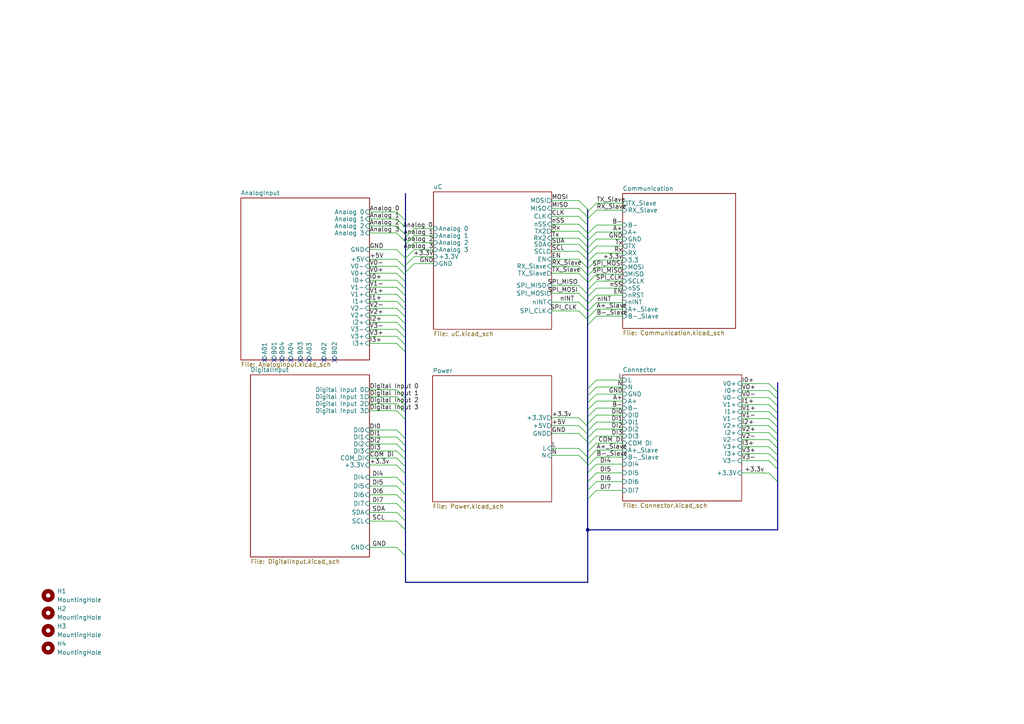
<source format=kicad_sch>
(kicad_sch (version 20231120) (generator "eeschema") (generator_version "8.0")
  (paper "A4")
  (title_block (title "IoT Node") (date "2026-01-28") (rev "V3") (company "PT. MEDION FARMA JAYA") (comment 1 "DESAIN @DMSRAGAA") (comment 2 "INSTITUT TEKNOLOGI SEPULUH NOPEMBER"))
  (lib_symbols
    (symbol "Mechanical:MountingHole" (pin_names (offset 1.016)) (exclude_from_sim yes) (in_bom no)
      (property "Reference" "H" (at 0 5.08 0))
      (property "Value" "MountingHole" (at 0 3.175 0))
      (symbol "MountingHole_0_1"
        (circle (center 0 0) (radius 1.27) (stroke (width 1.27)))
      )
    )
  )
  (junction (at 170.4565 153.67))
  (no_connect (at 84.328 104.394))
  (no_connect (at 76.708 104.394))
  (no_connect (at 89.662 104.394))
  (no_connect (at 81.788 104.394))
  (no_connect (at 93.98 104.394))
  (no_connect (at 79.502 104.394))
  (no_connect (at 97.028 104.394))
  (no_connect (at 87.122 104.394))
  (bus_entry (at 115.062 77.216) (size 2.54 2.54))
  (bus_entry (at 170.434 88.138) (size 2.54 -2.54))
  (bus_entry (at 170.434 92.71) (size -2.54 -2.54))
  (bus_entry (at 167.894 79.248) (size 2.54 2.54))
  (bus_entry (at 115.062 132.842) (size 2.54 2.54))
  (bus_entry (at 167.894 77.216) (size 2.54 2.54))
  (bus_entry (at 115.062 85.344) (size 2.54 2.54))
  (bus_entry (at 120.142 74.422) (size -2.54 2.54))
  (bus_entry (at 170.434 94.234) (size 2.54 -2.54))
  (bus_entry (at 170.434 86.106) (size 2.54 -2.54))
  (bus_entry (at 115.062 63.5) (size 2.54 2.54))
  (bus_entry (at 167.894 67.056) (size 2.54 2.54))
  (bus_entry (at 170.434 73.914) (size 2.54 -2.54))
  (bus_entry (at 172.974 139.7) (size -2.54 2.54))
  (bus_entry (at 115.062 130.81) (size 2.54 2.54))
  (bus_entry (at 170.434 135.128) (size 2.54 -2.54))
  (bus_entry (at 115.062 93.472) (size 2.54 2.54))
  (bus_entry (at 115.062 61.468) (size 2.54 2.54))
  (bus_entry (at 115.062 99.568) (size 2.54 2.54))
  (bus_entry (at 170.434 116.84) (size 2.54 -2.54))
  (bus_entry (at 115.062 134.874) (size 2.54 2.54))
  (bus_entry (at 223.012 133.604) (size 2.54 2.54))
  (bus_entry (at 223.012 113.284) (size 2.54 2.54))
  (bus_entry (at 115.062 81.28) (size 2.54 2.54))
  (bus_entry (at 115.062 151.1484) (size 2.54 2.54))
  (bus_entry (at 170.434 127) (size 2.54 -2.54))
  (bus_entry (at 167.894 62.738) (size 2.54 2.54))
  (bus_entry (at 115.062 126.746) (size 2.54 2.54))
  (bus_entry (at 167.894 72.898) (size 2.54 2.54))
  (bus_entry (at 170.434 67.818) (size 2.54 -2.54))
  (bus_entry (at 120.142 70.358) (size -2.54 2.54))
  (bus_entry (at 170.434 118.872) (size 2.54 -2.54))
  (bus_entry (at 223.012 123.444) (size 2.54 2.54))
  (bus_entry (at 223.012 119.38) (size 2.54 2.54))
  (bus_entry (at 115.062 97.536) (size 2.54 2.54))
  (bus_entry (at 170.434 90.3112) (size 2.54 -2.54))
  (bus_entry (at 170.434 124.968) (size 2.54 -2.54))
  (bus_entry (at 115.062 117.094) (size 2.54 2.54))
  (bus_entry (at 120.142 76.454) (size -2.54 2.54))
  (bus_entry (at 115.062 91.44) (size 2.54 2.54))
  (bus_entry (at 115.062 119.126) (size 2.54 2.54))
  (bus_entry (at 167.894 58.166) (size 2.54 2.54))
  (bus_entry (at 170.434 85.344) (size -2.54 -2.54))
  (bus_entry (at 170.434 120.904) (size 2.54 -2.54))
  (bus_entry (at 223.012 129.54) (size 2.54 2.54))
  (bus_entry (at 115.062 148.6084) (size 2.54 2.54))
  (bus_entry (at 223.012 127.508) (size 2.54 2.54))
  (bus_entry (at 170.434 90.17) (size -2.54 -2.54))
  (bus_entry (at 115.062 83.312) (size 2.54 2.54))
  (bus_entry (at 170.434 131.064) (size 2.54 -2.54))
  (bus_entry (at 120.142 68.326) (size -2.54 2.54))
  (bus_entry (at 167.894 60.452) (size 2.54 2.54))
  (bus_entry (at 115.062 124.714) (size 2.54 2.54))
  (bus_entry (at 115.062 67.564) (size 2.54 2.54))
  (bus_entry (at 223.012 121.412) (size 2.54 2.54))
  (bus_entry (at 170.434 129.032) (size 2.54 -2.54))
  (bus_entry (at 120.142 72.39) (size -2.54 2.54))
  (bus_entry (at 115.062 138.4312) (size 2.54 2.54))
  (bus_entry (at 115.062 115.062) (size 2.54 2.54))
  (bus_entry (at 167.894 130.048) (size 2.54 2.54))
  (bus_entry (at 167.894 132.08) (size 2.54 2.54))
  (bus_entry (at 167.894 125.73) (size 2.54 2.54))
  (bus_entry (at 167.894 123.444) (size 2.54 2.54))
  (bus_entry (at 167.894 121.158) (size 2.54 2.54))
  (bus_entry (at 170.434 114.808) (size 2.54 -2.54))
  (bus_entry (at 170.434 112.776) (size 2.54 -2.54))
  (bus_entry (at 115.062 72.39) (size 2.54 2.54))
  (bus_entry (at 223.012 125.476) (size 2.54 2.54))
  (bus_entry (at 115.062 87.376) (size 2.54 2.54))
  (bus_entry (at 170.434 80.01) (size 2.54 -2.54))
  (bus_entry (at 170.434 71.882) (size 2.54 -2.54))
  (bus_entry (at 115.062 143.4922) (size 2.54 2.54))
  (bus_entry (at 115.062 75.184) (size 2.54 2.54))
  (bus_entry (at 115.062 113.03) (size 2.54 2.54))
  (bus_entry (at 167.894 69.088) (size 2.54 2.54))
  (bus_entry (at 170.434 84.074) (size 2.54 -2.54))
  (bus_entry (at 223.012 117.348) (size 2.54 2.54))
  (bus_entry (at 170.434 92.202) (size 2.54 -2.54))
  (bus_entry (at 115.062 140.9719) (size 2.54 2.54))
  (bus_entry (at 170.434 75.946) (size 2.54 -2.54))
  (bus_entry (at 170.434 61.468) (size 2.54 -2.54))
  (bus_entry (at 167.894 65.024) (size 2.54 2.54))
  (bus_entry (at 223.012 115.316) (size 2.54 2.54))
  (bus_entry (at 115.062 146.0322) (size 2.54 2.54))
  (bus_entry (at 170.434 133.096) (size 2.54 -2.54))
  (bus_entry (at 167.894 75.184) (size 2.54 2.54))
  (bus_entry (at 223.012 137.2193) (size 2.54 2.54))
  (bus_entry (at 115.062 128.778) (size 2.54 2.54))
  (bus_entry (at 223.012 131.572) (size 2.54 2.54))
  (bus_entry (at 223.012 111.252) (size 2.54 2.54))
  (bus_entry (at 170.434 82.042) (size 2.54 -2.54))
  (bus_entry (at 115.062 95.504) (size 2.54 2.54))
  (bus_entry (at 120.142 66.294) (size -2.54 2.54))
  (bus_entry (at 170.434 63.5) (size 2.54 -2.54))
  (bus_entry (at 170.434 77.978) (size 2.54 -2.54))
  (bus_entry (at 170.434 122.936) (size 2.54 -2.54))
  (bus_entry (at 115.062 89.408) (size 2.54 2.54))
  (bus_entry (at 172.974 134.62) (size -2.54 2.54))
  (bus_entry (at 170.434 69.85) (size 2.54 -2.54))
  (bus_entry (at 115.062 65.532) (size 2.54 2.54))
  (bus_entry (at 172.974 142.24) (size -2.54 2.54))
  (bus_entry (at 115.062 158.7433) (size 2.54 2.54))
  (bus_entry (at 115.062 79.248) (size 2.54 2.54))
  (bus_entry (at 167.894 70.866) (size 2.54 2.54))
  (bus_entry (at 170.434 87.63) (size -2.54 -2.54))
  (bus_entry (at 172.974 137.16) (size -2.54 2.54))
  (bus (pts (xy 117.602 77.724) (xy 117.602 78.994)))
  (bus (pts (xy 117.602 133.35) (xy 117.602 135.382)))
  (wire (pts (xy 107.188 65.532) (xy 115.062 65.532)))
  (wire (pts (xy 160.02 125.73) (xy 167.894 125.73)))
  (bus (pts (xy 170.434 71.628) (xy 170.434 71.882)))
  (bus (pts (xy 117.602 115.57) (xy 117.602 117.602)))
  (bus (pts (xy 170.434 133.096) (xy 170.434 134.62)))
  (wire (pts (xy 160.02 60.452) (xy 167.894 60.452)))
  (wire (pts (xy 172.974 71.374) (xy 180.594 71.374)))
  (wire (pts (xy 172.974 83.566) (xy 180.594 83.566)))
  (wire (pts (xy 221.742 137.2193) (xy 223.012 137.2193)))
  (wire (pts (xy 113.792 138.43) (xy 107.188 138.43)))
  (wire (pts (xy 107.188 117.094) (xy 115.062 117.094)))
  (bus (pts (xy 170.434 90.3112) (xy 170.434 92.202)))
  (wire (pts (xy 172.974 67.31) (xy 180.594 67.31)))
  (wire (pts (xy 180.594 60.96) (xy 172.974 60.96)))
  (bus (pts (xy 170.434 84.074) (xy 170.434 85.344)))
  (wire (pts (xy 180.594 87.63) (xy 180.594 87.7712)))
  (bus (pts (xy 117.602 85.852) (xy 117.602 87.884)))
  (bus (pts (xy 170.434 79.756) (xy 170.434 80.01)))
  (bus (pts (xy 117.6245 168.8937) (xy 170.4565 168.8937)))
  (wire (pts (xy 112.522 151.1484) (xy 115.062 151.1484)))
  (wire (pts (xy 172.974 116.332) (xy 180.594 116.332)))
  (wire (pts (xy 112.522 143.4922) (xy 112.522 143.51)))
  (bus (pts (xy 170.434 94.234) (xy 170.434 112.776)))
  (bus (pts (xy 170.434 71.882) (xy 170.434 73.406)))
  (bus (pts (xy 170.434 123.698) (xy 170.434 124.968)))
  (wire (pts (xy 113.792 158.75) (xy 107.188 158.75)))
  (wire (pts (xy 160.02 79.248) (xy 167.894 79.248)))
  (bus (pts (xy 117.602 167.64) (xy 117.602 161.2833)))
  (wire (pts (xy 120.142 70.358) (xy 125.73 70.358)))
  (bus (pts (xy 117.602 70.104) (xy 117.602 70.866)))
  (bus (pts (xy 170.434 82.042) (xy 170.434 84.074)))
  (wire (pts (xy 172.974 137.16) (xy 180.594 137.16)))
  (wire (pts (xy 172.974 87.7712) (xy 180.594 87.7712)))
  (bus (pts (xy 170.434 65.278) (xy 170.434 67.564)))
  (bus (pts (xy 117.602 66.04) (xy 117.602 68.072)))
  (bus (pts (xy 170.4565 168.8937) (xy 170.4565 153.67)))
  (bus (pts (xy 117.602 78.994) (xy 117.602 79.756)))
  (bus (pts (xy 170.434 73.914) (xy 170.434 75.438)))
  (wire (pts (xy 160.02 70.866) (xy 167.894 70.866)))
  (wire (pts (xy 120.142 68.326) (xy 125.73 68.326)))
  (bus (pts (xy 170.434 112.776) (xy 170.434 114.808)))
  (bus (pts (xy 170.434 88.138) (xy 170.434 90.17)))
  (wire (pts (xy 172.974 85.598) (xy 180.594 85.598)))
  (wire (pts (xy 172.974 126.492) (xy 180.594 126.492)))
  (bus (pts (xy 170.434 137.16) (xy 170.434 139.7)))
  (bus (pts (xy 117.602 131.318) (xy 117.602 133.35)))
  (wire (pts (xy 215.138 133.604) (xy 223.012 133.604)))
  (bus (pts (xy 170.434 135.128) (xy 170.434 137.16)))
  (wire (pts (xy 215.138 113.284) (xy 223.012 113.284)))
  (bus (pts (xy 225.552 132.08) (xy 225.552 134.112)))
  (bus (pts (xy 170.434 139.7) (xy 170.434 142.24)))
  (wire (pts (xy 215.138 131.572) (xy 223.012 131.572)))
  (bus (pts (xy 170.434 122.936) (xy 170.434 123.698)))
  (bus (pts (xy 170.4565 153.67) (xy 225.552 153.67)))
  (bus (pts (xy 117.602 100.076) (xy 117.602 102.108)))
  (wire (pts (xy 172.974 124.46) (xy 180.594 124.46)))
  (wire (pts (xy 160.02 69.088) (xy 167.894 69.088)))
  (wire (pts (xy 113.792 158.7433) (xy 115.062 158.7433)))
  (wire (pts (xy 172.974 112.268) (xy 180.594 112.268)))
  (wire (pts (xy 120.142 74.422) (xy 125.73 74.422)))
  (wire (pts (xy 107.188 130.81) (xy 115.062 130.81)))
  (bus (pts (xy 225.552 128.016) (xy 225.552 130.048)))
  (bus (pts (xy 170.434 118.872) (xy 170.434 120.904)))
  (wire (pts (xy 215.138 121.412) (xy 223.012 121.412)))
  (wire (pts (xy 107.188 119.126) (xy 115.062 119.126)))
  (wire (pts (xy 113.792 146.0322) (xy 115.062 146.0322)))
  (bus (pts (xy 117.602 146.0322) (xy 117.602 143.5119)))
  (wire (pts (xy 107.188 113.03) (xy 115.062 113.03)))
  (bus (pts (xy 170.434 62.992) (xy 170.434 63.5)))
  (wire (pts (xy 172.974 142.24) (xy 180.594 142.24)))
  (wire (pts (xy 160.02 72.898) (xy 167.894 72.898)))
  (bus (pts (xy 117.602 102.108) (xy 117.602 115.57)))
  (bus (pts (xy 117.602 98.044) (xy 117.602 100.076)))
  (bus (pts (xy 170.434 153.67) (xy 170.4565 153.67)))
  (wire (pts (xy 112.522 151.1484) (xy 112.522 151.13)))
  (wire (pts (xy 120.142 76.454) (xy 125.73 76.454)))
  (bus (pts (xy 117.602 117.602) (xy 117.602 119.634)))
  (bus (pts (xy 225.552 139.7593) (xy 225.552 153.67)))
  (bus (pts (xy 225.552 117.856) (xy 225.552 119.888)))
  (wire (pts (xy 172.974 118.364) (xy 180.594 118.364)))
  (wire (pts (xy 160.02 85.09) (xy 167.894 85.09)))
  (bus (pts (xy 170.434 77.978) (xy 170.434 79.756)))
  (wire (pts (xy 172.974 79.502) (xy 180.594 79.502)))
  (bus (pts (xy 170.434 75.946) (xy 170.434 77.724)))
  (wire (pts (xy 172.974 89.662) (xy 180.594 89.662)))
  (wire (pts (xy 160.02 82.804) (xy 167.894 82.804)))
  (bus (pts (xy 170.434 92.71) (xy 170.434 94.234)))
  (wire (pts (xy 160.02 65.024) (xy 167.894 65.024)))
  (bus (pts (xy 225.552 130.048) (xy 225.552 132.08)))
  (bus (pts (xy 170.434 129.032) (xy 170.434 131.064)))
  (wire (pts (xy 160.02 132.08) (xy 167.894 132.08)))
  (wire (pts (xy 107.188 132.842) (xy 115.062 132.842)))
  (wire (pts (xy 215.138 127.508) (xy 223.012 127.508)))
  (wire (pts (xy 160.02 87.63) (xy 167.894 87.63)))
  (bus (pts (xy 117.602 135.382) (xy 117.602 137.414)))
  (bus (pts (xy 170.434 75.438) (xy 170.434 75.946)))
  (bus (pts (xy 170.434 73.406) (xy 170.434 73.914)))
  (bus (pts (xy 225.552 123.952) (xy 225.552 125.984)))
  (bus (pts (xy 225.552 121.92) (xy 225.552 123.952)))
  (bus (pts (xy 170.434 80.01) (xy 170.434 81.788)))
  (bus (pts (xy 170.434 142.24) (xy 170.434 144.78)))
  (bus (pts (xy 117.6245 167.64) (xy 117.6245 168.8937)))
  (bus (pts (xy 170.434 116.84) (xy 170.434 118.872)))
  (bus (pts (xy 117.602 93.98) (xy 117.602 96.012)))
  (wire (pts (xy 107.188 79.248) (xy 115.062 79.248)))
  (wire (pts (xy 172.974 139.7) (xy 180.594 139.7)))
  (wire (pts (xy 107.188 93.472) (xy 115.062 93.472)))
  (wire (pts (xy 107.188 63.5) (xy 115.062 63.5)))
  (wire (pts (xy 172.974 114.3) (xy 180.594 114.3)))
  (wire (pts (xy 172.974 91.694) (xy 180.594 91.694)))
  (wire (pts (xy 172.974 69.342) (xy 180.594 69.342)))
  (wire (pts (xy 172.974 73.406) (xy 180.594 73.406)))
  (wire (pts (xy 160.02 77.216) (xy 167.894 77.216)))
  (wire (pts (xy 120.142 66.294) (xy 125.73 66.294)))
  (wire (pts (xy 113.792 148.6084) (xy 115.062 148.6084)))
  (bus (pts (xy 170.434 87.63) (xy 170.434 88.138)))
  (wire (pts (xy 172.974 120.396) (xy 180.594 120.396)))
  (wire (pts (xy 107.188 72.39) (xy 115.062 72.39)))
  (wire (pts (xy 112.522 151.13) (xy 107.188 151.13)))
  (wire (pts (xy 113.792 148.59) (xy 107.188 148.59)))
  (wire (pts (xy 172.974 122.428) (xy 180.594 122.428)))
  (wire (pts (xy 120.142 72.39) (xy 125.73 72.39)))
  (bus (pts (xy 117.602 74.93) (xy 117.602 76.962)))
  (wire (pts (xy 172.974 81.534) (xy 180.594 81.534)))
  (wire (pts (xy 107.188 85.344) (xy 115.062 85.344)))
  (bus (pts (xy 117.602 79.756) (xy 117.602 81.788)))
  (wire (pts (xy 160.02 58.166) (xy 167.894 58.166)))
  (wire (pts (xy 107.188 75.184) (xy 115.062 75.184)))
  (bus (pts (xy 117.602 68.072) (xy 117.602 68.834)))
  (bus (pts (xy 170.434 134.62) (xy 170.434 135.128)))
  (wire (pts (xy 113.792 140.97) (xy 107.188 140.97)))
  (bus (pts (xy 117.602 127.254) (xy 117.602 129.286)))
  (wire (pts (xy 107.188 83.312) (xy 115.062 83.312)))
  (wire (pts (xy 180.594 58.928) (xy 172.974 58.928)))
  (bus (pts (xy 170.434 86.106) (xy 170.434 87.63)))
  (bus (pts (xy 170.434 69.85) (xy 170.434 71.628)))
  (bus (pts (xy 117.602 81.788) (xy 117.602 83.82)))
  (bus (pts (xy 117.602 151.1484) (xy 117.602 148.5722)))
  (bus (pts (xy 117.602 56.134) (xy 117.602 64.008)))
  (wire (pts (xy 160.02 121.158) (xy 167.894 121.158)))
  (wire (pts (xy 112.522 143.4922) (xy 115.062 143.4922)))
  (bus (pts (xy 170.434 67.818) (xy 170.434 69.596)))
  (wire (pts (xy 160.02 90.17) (xy 167.894 90.17)))
  (wire (pts (xy 221.742 137.16) (xy 215.138 137.16)))
  (bus (pts (xy 170.434 67.564) (xy 170.434 67.818)))
  (wire (pts (xy 160.02 67.056) (xy 167.894 67.056)))
  (bus (pts (xy 117.602 148.5722) (xy 117.602 146.0322)))
  (wire (pts (xy 107.188 99.568) (xy 115.062 99.568)))
  (wire (pts (xy 160.02 75.184) (xy 167.894 75.184)))
  (bus (pts (xy 225.552 115.824) (xy 225.552 117.856)))
  (wire (pts (xy 172.974 65.278) (xy 180.594 65.278)))
  (bus (pts (xy 117.602 121.666) (xy 117.602 127.254)))
  (bus (pts (xy 170.434 92.202) (xy 170.434 92.71)))
  (bus (pts (xy 225.552 113.792) (xy 225.552 115.824)))
  (wire (pts (xy 215.138 117.348) (xy 223.012 117.348)))
  (wire (pts (xy 215.138 129.54) (xy 223.012 129.54)))
  (wire (pts (xy 172.974 110.236) (xy 180.594 110.236)))
  (bus (pts (xy 170.434 132.588) (xy 170.434 133.096)))
  (wire (pts (xy 113.792 148.6084) (xy 113.792 148.59)))
  (bus (pts (xy 225.552 136.144) (xy 225.552 139.7593)))
  (bus (pts (xy 117.602 96.012) (xy 117.602 98.044)))
  (bus (pts (xy 170.434 77.724) (xy 170.434 77.978)))
  (bus (pts (xy 117.602 70.866) (xy 117.602 72.898)))
  (wire (pts (xy 107.188 77.216) (xy 115.062 77.216)))
  (wire (pts (xy 107.188 95.504) (xy 115.062 95.504)))
  (bus (pts (xy 170.434 131.064) (xy 170.434 132.588)))
  (bus (pts (xy 117.602 143.5119) (xy 117.602 140.9712)))
  (wire (pts (xy 107.188 97.536) (xy 115.062 97.536)))
  (bus (pts (xy 170.434 128.27) (xy 170.434 129.032)))
  (bus (pts (xy 225.552 110.998) (xy 225.552 113.792)))
  (wire (pts (xy 160.02 130.048) (xy 167.894 130.048)))
  (bus (pts (xy 170.434 125.984) (xy 170.434 127)))
  (bus (pts (xy 170.434 114.808) (xy 170.434 116.84)))
  (bus (pts (xy 117.602 72.898) (xy 117.602 74.93)))
  (wire (pts (xy 160.02 123.444) (xy 167.894 123.444)))
  (wire (pts (xy 172.974 128.524) (xy 180.594 128.524)))
  (bus (pts (xy 117.602 64.008) (xy 117.602 66.04)))
  (bus (pts (xy 170.434 81.788) (xy 170.434 82.042)))
  (bus (pts (xy 170.434 85.344) (xy 170.434 86.106)))
  (bus (pts (xy 170.434 144.78) (xy 170.434 153.67)))
  (bus (pts (xy 225.552 134.112) (xy 225.552 136.144)))
  (wire (pts (xy 107.188 124.714) (xy 115.062 124.714)))
  (wire (pts (xy 107.188 61.468) (xy 115.062 61.468)))
  (wire (pts (xy 113.792 140.9719) (xy 113.792 140.97)))
  (bus (pts (xy 117.602 91.948) (xy 117.602 93.98)))
  (wire (pts (xy 113.792 140.9719) (xy 115.062 140.9719)))
  (wire (pts (xy 113.792 138.4312) (xy 115.062 138.4312)))
  (wire (pts (xy 160.02 62.738) (xy 167.894 62.738)))
  (bus (pts (xy 117.602 83.82) (xy 117.602 85.852)))
  (wire (pts (xy 112.522 143.51) (xy 107.188 143.51)))
  (wire (pts (xy 113.792 138.4312) (xy 113.792 138.43)))
  (wire (pts (xy 107.188 81.28) (xy 115.062 81.28)))
  (wire (pts (xy 172.974 132.588) (xy 180.594 132.588)))
  (wire (pts (xy 172.974 134.62) (xy 180.594 134.62)))
  (wire (pts (xy 215.138 123.444) (xy 223.012 123.444)))
  (wire (pts (xy 113.792 158.7433) (xy 113.792 158.75)))
  (wire (pts (xy 107.188 91.44) (xy 115.062 91.44)))
  (bus (pts (xy 117.602 68.834) (xy 117.602 70.104)))
  (wire (pts (xy 107.188 128.778) (xy 115.062 128.778)))
  (bus (pts (xy 225.552 125.984) (xy 225.552 128.016)))
  (bus (pts (xy 117.602 87.884) (xy 117.602 89.916)))
  (wire (pts (xy 172.974 75.438) (xy 180.594 75.438)))
  (wire (pts (xy 113.792 146.0322) (xy 113.792 146.05)))
  (wire (pts (xy 215.138 125.476) (xy 223.012 125.476)))
  (bus (pts (xy 117.602 76.962) (xy 117.602 77.724)))
  (bus (pts (xy 170.434 127) (xy 170.434 128.27)))
  (wire (pts (xy 172.974 130.556) (xy 180.594 130.556)))
  (wire (pts (xy 215.138 111.252) (xy 223.012 111.252)))
  (bus (pts (xy 170.434 60.706) (xy 170.434 61.468)))
  (wire (pts (xy 107.188 126.746) (xy 115.062 126.746)))
  (bus (pts (xy 117.6245 167.64) (xy 117.602 167.64)))
  (wire (pts (xy 107.188 67.564) (xy 115.062 67.564)))
  (bus (pts (xy 117.602 129.286) (xy 117.602 131.318)))
  (bus (pts (xy 117.602 161.2833) (xy 117.602 153.6884)))
  (bus (pts (xy 225.552 119.888) (xy 225.552 121.92)))
  (bus (pts (xy 117.602 89.916) (xy 117.602 91.948)))
  (wire (pts (xy 215.138 119.38) (xy 223.012 119.38)))
  (wire (pts (xy 113.792 146.05) (xy 107.188 146.05)))
  (wire (pts (xy 107.188 87.376) (xy 115.062 87.376)))
  (wire (pts (xy 107.188 89.408) (xy 115.062 89.408)))
  (bus (pts (xy 170.434 124.968) (xy 170.434 125.984)))
  (wire (pts (xy 221.742 137.2193) (xy 221.742 137.16)))
  (wire (pts (xy 107.188 134.874) (xy 115.062 134.874)))
  (bus (pts (xy 117.602 119.634) (xy 117.602 121.666)))
  (wire (pts (xy 107.188 115.062) (xy 115.062 115.062)))
  (bus (pts (xy 117.602 153.6884) (xy 117.602 151.1484)))
  (wire (pts (xy 215.138 115.316) (xy 223.012 115.316)))
  (bus (pts (xy 170.434 69.596) (xy 170.434 69.85)))
  (bus (pts (xy 117.602 140.9712) (xy 117.602 137.414)))
  (bus (pts (xy 170.434 63.5) (xy 170.434 65.278)))
  (wire (pts (xy 172.974 77.47) (xy 180.594 77.47)))
  (bus (pts (xy 170.434 120.904) (xy 170.434 122.936)))
  (bus (pts (xy 170.434 90.17) (xy 170.434 90.3112)))
  (bus (pts (xy 170.434 61.468) (xy 170.434 62.992)))
  (label "V2-" (at 107.188 89.408 0))
  (label "V2+" (at 107.188 91.44 0))
  (label "SCL" (at 160.02 72.898 0))
  (label "+3.3V" (at 125.73 74.422 180))
  (label "Analog 2" (at 107.188 65.532 0))
  (label "GND" (at 180.594 69.342 180))
  (label "Analog 2" (at 125.73 70.358 180))
  (label "V2+" (at 215.138 125.476 0))
  (label "A+_Slave" (at 172.974 89.662 0))
  (label "Analog 3" (at 107.188 67.564 0))
  (label "COM DI" (at 180.594 128.524 180))
  (label "SDA" (at 107.95 148.59 0))
  (label "GND" (at 107.188 72.39 0))
  (label "SPI_CLK" (at 167.386 90.17 180))
  (label "V3+" (at 107.188 97.536 0))
  (label "N" (at 160.02 132.08 0))
  (label "V3+" (at 215.138 131.572 0))
  (label "DI5" (at 107.95 140.97 0))
  (label "V1-" (at 107.188 83.312 0))
  (label "Digital Input 3" (at 107.188 119.126 0))
  (label "DI1" (at 107.188 126.746 0))
  (label "DI0" (at 180.594 120.396 180))
  (label "B-" (at 180.594 118.364 180))
  (label "DI6" (at 107.95 143.51 0))
  (label "B-" (at 180.594 65.278 180))
  (label "GND" (at 107.95 158.75 0))
  (label "+5V" (at 160.02 123.444 0))
  (label "Rx" (at 180.594 73.406 180))
  (label "+5V" (at 107.188 75.184 0))
  (label "nINT" (at 166.624 87.63 180))
  (label "I2+" (at 107.188 93.472 0))
  (label "V1-" (at 215.138 121.412 0))
  (label "GND" (at 125.73 76.454 180))
  (label "A+" (at 180.594 116.332 180))
  (label "SCL" (at 107.95 151.13 0))
  (label "Tx" (at 180.594 71.374 180))
  (label "DI2" (at 180.594 124.46 180))
  (label "nSS" (at 160.02 65.024 0))
  (label "DI4" (at 107.95 138.43 0))
  (label "Rx" (at 160.02 67.056 0))
  (label "V0-" (at 215.138 115.316 0))
  (label "MISO" (at 160.02 60.452 0))
  (label "Analog 1" (at 107.188 63.5 0))
  (label "V2-" (at 215.138 127.508 0))
  (label "CLK" (at 160.02 62.738 0))
  (label "V1+" (at 215.138 119.38 0))
  (label "TX_Slave" (at 160.02 79.248 0))
  (label "A+_Slave" (at 172.974 130.556 0))
  (label "B-_Slave" (at 172.974 132.588 0))
  (label "RX_Slave" (at 160.02 77.216 0))
  (label "I3+" (at 215.138 129.54 0))
  (label "Analog 3" (at 125.73 72.39 180))
  (label "DI7" (at 173.99 142.24 0))
  (label "DI0" (at 107.188 124.714 0))
  (label "SPI_MOSI" (at 167.64 85.09 180))
  (label "L" (at 180.594 110.236 180))
  (label "L" (at 160.02 130.048 0))
  (label "I1+" (at 107.188 87.376 0))
  (label "nINT" (at 173.0884 87.7712 0))
  (label "V3-" (at 107.188 95.504 0))
  (label "MOSI" (at 160.02 58.166 0))
  (label "GND" (at 180.594 114.3 180))
  (label "Digital Input 1" (at 107.188 115.062 0))
  (label "EN" (at 160.02 75.184 0))
  (label "A+" (at 180.594 67.31 180))
  (label "B-_Slave" (at 172.974 91.694 0))
  (label "GND" (at 160.02 125.73 0))
  (label "I0+" (at 107.188 81.28 0))
  (label "EN" (at 180.594 85.598 180))
  (label "SPI_MOSI" (at 180.594 77.47 180))
  (label "DI5" (at 173.99 137.16 0))
  (label "DI7" (at 107.95 146.05 0))
  (label "Analog 0" (at 107.188 61.468 0))
  (label "SPI_MISO" (at 167.64 82.804 180))
  (label "+3.3v" (at 215.9 137.16 0))
  (label "Digital Input 2" (at 107.188 117.094 0))
  (label "RX_Slave" (at 172.974 60.96 0))
  (label "V0+" (at 215.138 113.284 0))
  (label "Digital Input 0" (at 107.188 113.03 0))
  (label "COM DI" (at 107.188 132.842 0))
  (label "+3.3v" (at 160.02 121.158 0))
  (label "+3.3v" (at 107.188 134.874 0))
  (label "Tx" (at 160.02 69.088 0))
  (label "DI4" (at 173.99 134.62 0))
  (label "Analog 1" (at 125.73 68.326 180))
  (label "DI3" (at 107.188 130.81 0))
  (label "SDA" (at 160.02 70.866 0))
  (label "DI3" (at 180.594 126.492 180))
  (label "TX_Slave" (at 172.974 58.928 0))
  (label "I3+" (at 107.188 99.568 0))
  (label "SPI_CLK" (at 180.594 81.534 180))
  (label "nSS" (at 180.594 83.566 180))
  (label "N" (at 180.594 112.268 180))
  (label "+3.3v" (at 180.594 75.438 180))
  (label "DI2" (at 107.188 128.778 0))
  (label "DI1" (at 180.594 122.428 180))
  (label "Analog 0" (at 125.5568 66.294 180))
  (label "SPI_MISO" (at 180.594 79.502 180))
  (label "V0+" (at 107.188 79.248 0))
  (label "I2+" (at 215.138 123.444 0))
  (label "V0-" (at 107.188 77.216 0))
  (label "V1+" (at 107.188 85.344 0))
  (label "I1+" (at 215.138 117.348 0))
  (label "DI6" (at 173.99 139.7 0))
  (label "V3-" (at 215.138 133.604 0))
  (label "I0+" (at 215.138 111.252 0))
  (symbol (lib_id "Mechanical:MountingHole") (at 13.97 182.88 0) (unit 1) (exclude_from_sim yes) (in_bom no)
    (property "Reference" "H3" (at 16.51 181.6099 0) (effects (justify left)))
    (property "Value" "MountingHole" (at 16.51 184.1499 0) (effects (justify left)))
    (property "Footprint" "MountingHole:MountingHole_3.2mm_M3_Pad_Via" (effects (hide yes)))
    (property "Description" "Mounting Hole without connection" (effects (hide yes)))
  )
  (symbol (lib_id "Mechanical:MountingHole") (at 13.97 187.96 0) (unit 1) (exclude_from_sim yes) (in_bom no)
    (property "Reference" "H4" (at 16.51 186.6899 0) (effects (justify left)))
    (property "Value" "MountingHole" (at 16.51 189.2299 0) (effects (justify left)))
    (property "Footprint" "MountingHole:MountingHole_3.2mm_M3_Pad_Via" (effects (hide yes)))
    (property "Description" "Mounting Hole without connection" (effects (hide yes)))
  )
  (symbol (lib_id "Mechanical:MountingHole") (at 13.97 172.72 0) (unit 1) (exclude_from_sim yes) (in_bom no)
    (property "Reference" "H1" (at 16.51 171.4499 0) (effects (justify left)))
    (property "Value" "MountingHole" (at 16.51 173.9899 0) (effects (justify left)))
    (property "Footprint" "MountingHole:MountingHole_3.2mm_M3_Pad_Via" (effects (hide yes)))
    (property "Description" "Mounting Hole without connection" (effects (hide yes)))
  )
  (symbol (lib_id "Mechanical:MountingHole") (at 13.97 177.8 0) (unit 1) (exclude_from_sim yes) (in_bom no)
    (property "Reference" "H2" (at 16.51 176.5299 0) (effects (justify left)))
    (property "Value" "MountingHole" (at 16.51 179.0699 0) (effects (justify left)))
    (property "Footprint" "MountingHole:MountingHole_3.2mm_M3_Pad_Via" (effects (hide yes)))
    (property "Description" "Mounting Hole without connection" (effects (hide yes)))
  )
  (sheet (at 180.594 56.134) (size 32.766 39.116) (stroke (width 0.1524))
    (property "Sheetname" "Communication" (at 180.594 55.4224 0) (effects (justify left bottom)))
    (property "Sheetfile" "Communication.kicad_sch" (at 180.594 95.8346 0) (effects (justify left top)))
    (pin "B-" input (at 180.594 65.278 180))
    (pin "A+" input (at 180.594 67.31 180))
    (pin "GND" input (at 180.594 69.342 180))
    (pin "TX" output (at 180.594 71.374 180))
    (pin "RX" input (at 180.594 73.406 180))
    (pin "3.3" input (at 180.594 75.438 180))
    (pin "MOSI" input (at 180.594 77.47 180))
    (pin "SCLK" input (at 180.594 81.534 180))
    (pin "nINT" input (at 180.594 87.63 180))
    (pin "nSS" input (at 180.594 83.566 180))
    (pin "nRST" input (at 180.594 85.598 180))
    (pin "MISO" output (at 180.594 79.502 180))
    (pin "A+_Slave" input (at 180.594 89.662 180))
    (pin "B-_Slave" input (at 180.594 91.694 180))
    (pin "RX_Slave" input (at 180.594 60.96 180))
    (pin "TX_Slave" output (at 180.594 58.928 180))
  )
  (sheet (at 180.594 108.712) (size 34.544 36.576) (stroke (width 0.1524))
    (property "Sheetname" "Connector" (at 180.594 108.0004 0) (effects (justify left bottom)))
    (property "Sheetfile" "Connector.kicad_sch" (at 180.594 145.8726 0) (effects (justify left top)))
    (pin "L" input (at 180.594 110.236 180))
    (pin "N" input (at 180.594 112.268 180))
    (pin "A+" input (at 180.594 116.332 180))
    (pin "B-" input (at 180.594 118.364 180))
    (pin "DI3" input (at 180.594 126.492 180))
    (pin "COM DI" input (at 180.594 128.524 180))
    (pin "DI0" input (at 180.594 120.396 180))
    (pin "DI1" input (at 180.594 122.428 180))
    (pin "DI2" input (at 180.594 124.46 180))
    (pin "V3-" input (at 215.138 133.604 0))
    (pin "V2+" input (at 215.138 123.444 0))
    (pin "V2-" input (at 215.138 127.508 0))
    (pin "I2+" input (at 215.138 125.476 0))
    (pin "V3+" input (at 215.138 129.54 0))
    (pin "I3+" input (at 215.138 131.572 0))
    (pin "I0+" input (at 215.138 113.284 0))
    (pin "V0+" input (at 215.138 111.252 0))
    (pin "V0-" input (at 215.138 115.316 0))
    (pin "V1-" input (at 215.138 121.412 0))
    (pin "V1+" input (at 215.138 117.348 0))
    (pin "I1+" input (at 215.138 119.38 0))
    (pin "A+_Slave" input (at 180.594 130.556 180))
    (pin "B-_Slave" input (at 180.594 132.588 180))
    (pin "DI5" input (at 180.594 137.16 180))
    (pin "DI7" input (at 180.594 142.24 180))
    (pin "DI4" input (at 180.594 134.62 180))
    (pin "DI6" input (at 180.594 139.7 180))
    (pin "+3.3V" input (at 215.138 137.16 0))
    (pin "GND" input (at 180.594 114.3 180))
  )
  (sheet (at 72.644 108.712) (size 34.544 52.832) (stroke (width 0.1524))
    (property "Sheetname" "DigitalInput" (at 72.644 108.0004 0) (effects (justify left bottom)))
    (property "Sheetfile" "DigitalInput.kicad_sch" (at 72.644 162.1286 0) (effects (justify left top)))
    (pin "DI0" input (at 107.188 124.714 0))
    (pin "COM_DI" input (at 107.188 132.842 0))
    (pin "DI1" input (at 107.188 126.746 0))
    (pin "Digital Input 3" output (at 107.188 119.126 0))
    (pin "Digital Input 2" output (at 107.188 117.094 0))
    (pin "+3.3V" input (at 107.188 134.874 0))
    (pin "Digital Input 0" output (at 107.188 113.03 0))
    (pin "Digital Input 1" output (at 107.188 115.062 0))
    (pin "DI3" input (at 107.188 130.81 0))
    (pin "DI2" input (at 107.188 128.778 0))
    (pin "DI7" input (at 107.188 146.05 0))
    (pin "DI6" input (at 107.188 143.51 0))
    (pin "SCL" input (at 107.188 151.13 0))
    (pin "SDA" input (at 107.188 148.59 0))
    (pin "DI5" input (at 107.188 140.97 0))
    (pin "DI4" input (at 107.188 138.43 0))
    (pin "GND" input (at 107.188 158.75 0))
  )
  (sheet (at 125.73 55.626) (size 34.29 39.878) (stroke (width 0.1524))
    (property "Sheetname" "uC" (at 125.73 54.9144 0) (effects (justify left bottom)))
    (property "Sheetfile" "uC.kicad_sch" (at 125.73 96.0886 0) (effects (justify left top)))
    (pin "MOSI" output (at 160.02 58.166 0))
    (pin "MISO" input (at 160.02 60.452 0))
    (pin "nSS" input (at 160.02 65.024 0))
    (pin "RX2" input (at 160.02 69.088 0))
    (pin "CLK" input (at 160.02 62.738 0))
    (pin "Analog 2" input (at 125.73 70.358 180))
    (pin "Analog 1" input (at 125.73 68.326 180))
    (pin "+3.3V" input (at 125.73 74.422 180))
    (pin "SCL" output (at 160.02 72.898 0))
    (pin "EN" input (at 160.02 75.184 0))
    (pin "TX2" output (at 160.02 67.056 0))
    (pin "GND" input (at 125.73 76.454 180))
    (pin "Analog 3" input (at 125.73 72.39 180))
    (pin "SDA" bidirectional (at 160.02 70.866 0))
    (pin "Analog 0" input (at 125.73 66.294 180))
    (pin "RX_Slave" input (at 160.02 77.216 0))
    (pin "TX_Slave" output (at 160.02 79.248 0))
    (pin "SPI_MISO" input (at 160.02 82.804 0))
    (pin "SPI_MOSI" output (at 160.02 85.09 0))
    (pin "nINT" input (at 160.02 87.63 0))
    (pin "SPI_CLK" input (at 160.02 90.17 0))
  )
  (sheet (at 69.85 57.404) (size 37.338 46.99) (stroke (width 0.1524))
    (property "Sheetname" "AnalogInput" (at 69.85 56.6924 0) (effects (justify left bottom)))
    (property "Sheetfile" "AnalogInput.kicad_sch" (at 69.85 104.9786 0) (effects (justify left top)))
    (pin "GND" input (at 107.188 72.39 0))
    (pin "V0-" input (at 107.188 77.216 0))
    (pin "I0+" input (at 107.188 81.28 0))
    (pin "V0+" input (at 107.188 79.248 0))
    (pin "V1-" input (at 107.188 83.312 0))
    (pin "V1+" input (at 107.188 85.344 0))
    (pin "I1+" input (at 107.188 87.376 0))
    (pin "+5V" input (at 107.188 75.184 0))
    (pin "I2+" input (at 107.188 93.472 0))
    (pin "V2-" input (at 107.188 89.408 0))
    (pin "V2+" input (at 107.188 91.44 0))
    (pin "V3+" input (at 107.188 97.536 0))
    (pin "V3-" input (at 107.188 95.504 0))
    (pin "I3+" input (at 107.188 99.568 0))
    (pin "B02" input (at 97.028 104.394 270))
    (pin "A02" input (at 93.98 104.394 270))
    (pin "A03" input (at 89.662 104.394 270))
    (pin "B03" input (at 87.122 104.394 270))
    (pin "A04" input (at 84.328 104.394 270))
    (pin "B04" input (at 81.788 104.394 270))
    (pin "B01" input (at 79.502 104.394 270))
    (pin "A01" input (at 76.708 104.394 270))
    (pin "Analog 1" input (at 107.188 63.5 0))
    (pin "Analog 2" input (at 107.188 65.532 0))
    (pin "Analog 0" input (at 107.188 61.468 0))
    (pin "Analog 3" input (at 107.188 67.564 0))
  )
  (sheet (at 125.476 108.966) (size 34.544 36.576) (stroke (width 0.1524))
    (property "Sheetname" "Power" (at 125.476 108.2544 0) (effects (justify left bottom)))
    (property "Sheetfile" "Power.kicad_sch" (at 125.476 146.1266 0) (effects (justify left top)))
    (pin "+3.3V" output (at 160.02 121.158 0))
    (pin "+5V" output (at 160.02 123.444 0))
    (pin "GND" output (at 160.02 125.73 0))
    (pin "L" input (at 160.02 130.048 0))
    (pin "N" input (at 160.02 132.08 0))
  )
)
</source>
